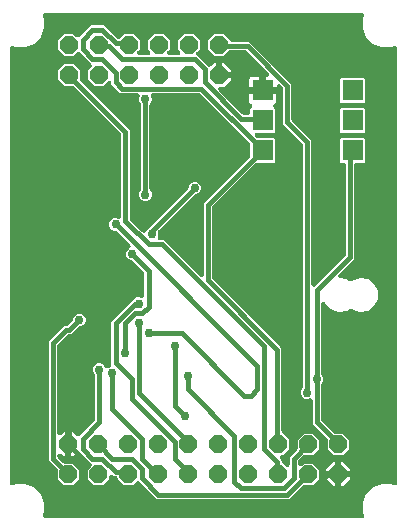
<source format=gbr>
G04 EAGLE Gerber RS-274X export*
G75*
%MOMM*%
%FSLAX34Y34*%
%LPD*%
%INBottom Copper*%
%IPPOS*%
%AMOC8*
5,1,8,0,0,1.08239X$1,22.5*%
G01*
%ADD10R,1.800000X1.800000*%
%ADD11P,1.649562X8X202.500000*%
%ADD12P,1.649562X8X22.500000*%
%ADD13C,0.406400*%
%ADD14C,0.756400*%

G36*
X308912Y10924D02*
X308912Y10924D01*
X308925Y10923D01*
X309111Y10944D01*
X309299Y10963D01*
X309312Y10967D01*
X309325Y10968D01*
X309504Y11026D01*
X309684Y11081D01*
X309695Y11087D01*
X309708Y11091D01*
X309873Y11183D01*
X310038Y11273D01*
X310048Y11281D01*
X310060Y11288D01*
X310203Y11410D01*
X310347Y11530D01*
X310355Y11541D01*
X310366Y11549D01*
X310482Y11698D01*
X310599Y11844D01*
X310605Y11856D01*
X310614Y11866D01*
X310699Y12036D01*
X310785Y12201D01*
X310788Y12214D01*
X310795Y12226D01*
X310844Y12409D01*
X310896Y12588D01*
X310897Y12602D01*
X310901Y12615D01*
X310914Y12803D01*
X310929Y12990D01*
X310928Y13003D01*
X310928Y13016D01*
X310904Y13204D01*
X310882Y13389D01*
X310878Y13402D01*
X310876Y13415D01*
X310775Y13731D01*
X309839Y15990D01*
X309839Y24010D01*
X312909Y31420D01*
X318580Y37091D01*
X325990Y40161D01*
X334010Y40161D01*
X336269Y39225D01*
X336282Y39221D01*
X336293Y39215D01*
X336473Y39163D01*
X336654Y39109D01*
X336667Y39107D01*
X336680Y39104D01*
X336868Y39088D01*
X337055Y39071D01*
X337068Y39072D01*
X337082Y39071D01*
X337268Y39093D01*
X337455Y39112D01*
X337468Y39116D01*
X337481Y39118D01*
X337660Y39176D01*
X337840Y39232D01*
X337851Y39239D01*
X337864Y39243D01*
X338028Y39335D01*
X338193Y39425D01*
X338203Y39434D01*
X338215Y39441D01*
X338357Y39563D01*
X338501Y39685D01*
X338509Y39695D01*
X338520Y39704D01*
X338634Y39852D01*
X338752Y39999D01*
X338758Y40011D01*
X338766Y40022D01*
X338850Y40190D01*
X338936Y40357D01*
X338940Y40370D01*
X338946Y40382D01*
X338995Y40565D01*
X339046Y40745D01*
X339047Y40758D01*
X339050Y40771D01*
X339077Y41102D01*
X339077Y408898D01*
X339076Y408912D01*
X339077Y408925D01*
X339056Y409111D01*
X339037Y409299D01*
X339033Y409312D01*
X339032Y409325D01*
X338974Y409504D01*
X338919Y409684D01*
X338913Y409695D01*
X338909Y409708D01*
X338817Y409873D01*
X338727Y410038D01*
X338719Y410048D01*
X338712Y410060D01*
X338590Y410203D01*
X338470Y410347D01*
X338459Y410355D01*
X338451Y410366D01*
X338302Y410482D01*
X338156Y410599D01*
X338144Y410605D01*
X338134Y410614D01*
X337964Y410699D01*
X337799Y410785D01*
X337786Y410788D01*
X337774Y410795D01*
X337591Y410844D01*
X337412Y410896D01*
X337398Y410897D01*
X337385Y410901D01*
X337197Y410914D01*
X337010Y410929D01*
X336997Y410928D01*
X336984Y410928D01*
X336796Y410904D01*
X336611Y410882D01*
X336598Y410878D01*
X336585Y410876D01*
X336269Y410775D01*
X334010Y409839D01*
X325990Y409839D01*
X318580Y412909D01*
X312909Y418580D01*
X309839Y425990D01*
X309839Y434010D01*
X310775Y436269D01*
X310779Y436282D01*
X310785Y436293D01*
X310837Y436473D01*
X310891Y436654D01*
X310893Y436667D01*
X310896Y436680D01*
X310912Y436868D01*
X310929Y437055D01*
X310928Y437068D01*
X310929Y437082D01*
X310907Y437268D01*
X310888Y437455D01*
X310884Y437468D01*
X310882Y437481D01*
X310824Y437660D01*
X310768Y437840D01*
X310761Y437851D01*
X310757Y437864D01*
X310665Y438028D01*
X310575Y438193D01*
X310566Y438203D01*
X310559Y438215D01*
X310437Y438357D01*
X310315Y438501D01*
X310305Y438509D01*
X310296Y438520D01*
X310148Y438634D01*
X310001Y438752D01*
X309989Y438758D01*
X309978Y438766D01*
X309810Y438850D01*
X309643Y438936D01*
X309630Y438940D01*
X309618Y438946D01*
X309435Y438995D01*
X309255Y439046D01*
X309242Y439047D01*
X309229Y439050D01*
X308898Y439077D01*
X41102Y439077D01*
X41088Y439076D01*
X41075Y439077D01*
X40889Y439056D01*
X40701Y439037D01*
X40688Y439033D01*
X40675Y439032D01*
X40496Y438974D01*
X40316Y438919D01*
X40305Y438913D01*
X40292Y438909D01*
X40127Y438817D01*
X39962Y438727D01*
X39952Y438719D01*
X39940Y438712D01*
X39797Y438590D01*
X39653Y438470D01*
X39645Y438459D01*
X39634Y438451D01*
X39518Y438302D01*
X39401Y438156D01*
X39395Y438144D01*
X39386Y438134D01*
X39301Y437964D01*
X39215Y437799D01*
X39212Y437786D01*
X39205Y437774D01*
X39156Y437591D01*
X39104Y437412D01*
X39103Y437398D01*
X39099Y437385D01*
X39086Y437197D01*
X39071Y437010D01*
X39072Y436997D01*
X39072Y436984D01*
X39096Y436796D01*
X39118Y436611D01*
X39122Y436598D01*
X39124Y436585D01*
X39225Y436269D01*
X40161Y434010D01*
X40161Y425990D01*
X37091Y418580D01*
X31420Y412909D01*
X24010Y409839D01*
X15990Y409839D01*
X13731Y410775D01*
X13718Y410779D01*
X13707Y410785D01*
X13527Y410837D01*
X13346Y410891D01*
X13333Y410893D01*
X13320Y410896D01*
X13132Y410912D01*
X12945Y410929D01*
X12932Y410928D01*
X12918Y410929D01*
X12732Y410907D01*
X12545Y410888D01*
X12532Y410884D01*
X12519Y410882D01*
X12340Y410824D01*
X12160Y410768D01*
X12149Y410761D01*
X12136Y410757D01*
X11972Y410665D01*
X11807Y410575D01*
X11797Y410566D01*
X11785Y410559D01*
X11643Y410437D01*
X11499Y410315D01*
X11491Y410305D01*
X11480Y410296D01*
X11366Y410148D01*
X11248Y410001D01*
X11242Y409989D01*
X11234Y409978D01*
X11150Y409810D01*
X11064Y409643D01*
X11060Y409630D01*
X11054Y409618D01*
X11005Y409435D01*
X10954Y409255D01*
X10953Y409242D01*
X10950Y409229D01*
X10923Y408898D01*
X10923Y41102D01*
X10924Y41088D01*
X10923Y41075D01*
X10944Y40889D01*
X10963Y40701D01*
X10967Y40688D01*
X10968Y40675D01*
X11026Y40496D01*
X11081Y40316D01*
X11087Y40305D01*
X11091Y40292D01*
X11183Y40127D01*
X11273Y39962D01*
X11281Y39952D01*
X11288Y39940D01*
X11410Y39797D01*
X11530Y39653D01*
X11541Y39645D01*
X11549Y39634D01*
X11698Y39518D01*
X11844Y39401D01*
X11856Y39395D01*
X11866Y39386D01*
X12036Y39301D01*
X12201Y39215D01*
X12214Y39212D01*
X12226Y39205D01*
X12409Y39156D01*
X12588Y39104D01*
X12602Y39103D01*
X12615Y39099D01*
X12803Y39086D01*
X12990Y39071D01*
X13003Y39072D01*
X13016Y39072D01*
X13204Y39096D01*
X13389Y39118D01*
X13402Y39122D01*
X13415Y39124D01*
X13731Y39225D01*
X15990Y40161D01*
X24010Y40161D01*
X31420Y37091D01*
X37091Y31420D01*
X40161Y24010D01*
X40161Y15990D01*
X39225Y13731D01*
X39221Y13718D01*
X39215Y13707D01*
X39163Y13527D01*
X39109Y13346D01*
X39107Y13333D01*
X39104Y13320D01*
X39088Y13132D01*
X39071Y12945D01*
X39072Y12932D01*
X39071Y12918D01*
X39093Y12732D01*
X39112Y12545D01*
X39116Y12532D01*
X39118Y12519D01*
X39176Y12340D01*
X39232Y12160D01*
X39239Y12149D01*
X39243Y12136D01*
X39335Y11972D01*
X39425Y11807D01*
X39434Y11797D01*
X39441Y11785D01*
X39563Y11643D01*
X39685Y11499D01*
X39695Y11491D01*
X39704Y11480D01*
X39852Y11366D01*
X39999Y11248D01*
X40011Y11242D01*
X40022Y11234D01*
X40190Y11150D01*
X40357Y11064D01*
X40370Y11060D01*
X40382Y11054D01*
X40565Y11005D01*
X40745Y10954D01*
X40758Y10953D01*
X40771Y10950D01*
X41102Y10923D01*
X308898Y10923D01*
X308912Y10924D01*
G37*
%LPC*%
G36*
X135433Y27177D02*
X135433Y27177D01*
X122058Y40552D01*
X120908Y41702D01*
X120894Y41714D01*
X120882Y41727D01*
X120738Y41841D01*
X120596Y41957D01*
X120580Y41966D01*
X120566Y41977D01*
X120402Y42060D01*
X120240Y42146D01*
X120223Y42151D01*
X120207Y42159D01*
X120030Y42209D01*
X119855Y42261D01*
X119837Y42263D01*
X119820Y42267D01*
X119636Y42281D01*
X119454Y42297D01*
X119436Y42295D01*
X119418Y42297D01*
X119236Y42274D01*
X119053Y42254D01*
X119036Y42249D01*
X119019Y42246D01*
X118845Y42188D01*
X118669Y42132D01*
X118654Y42124D01*
X118637Y42118D01*
X118478Y42027D01*
X118317Y41938D01*
X118303Y41926D01*
X118288Y41917D01*
X118035Y41702D01*
X115288Y38955D01*
X107712Y38955D01*
X102355Y44312D01*
X102355Y44704D01*
X102353Y44722D01*
X102355Y44740D01*
X102334Y44922D01*
X102315Y45105D01*
X102310Y45122D01*
X102308Y45139D01*
X102251Y45314D01*
X102197Y45490D01*
X102189Y45505D01*
X102183Y45522D01*
X102093Y45682D01*
X102005Y45844D01*
X101994Y45857D01*
X101985Y45873D01*
X101865Y46012D01*
X101748Y46153D01*
X101734Y46164D01*
X101722Y46178D01*
X101577Y46290D01*
X101434Y46405D01*
X101418Y46413D01*
X101404Y46424D01*
X101239Y46506D01*
X101077Y46591D01*
X101060Y46596D01*
X101044Y46604D01*
X100865Y46651D01*
X100690Y46702D01*
X100672Y46704D01*
X100655Y46708D01*
X100324Y46735D01*
X99111Y46735D01*
X98712Y47134D01*
X98705Y47139D01*
X98700Y47146D01*
X98551Y47266D01*
X98401Y47389D01*
X98393Y47393D01*
X98386Y47399D01*
X98216Y47487D01*
X98045Y47577D01*
X98036Y47580D01*
X98029Y47584D01*
X97844Y47637D01*
X97659Y47692D01*
X97650Y47693D01*
X97642Y47695D01*
X97451Y47711D01*
X97258Y47729D01*
X97249Y47728D01*
X97240Y47728D01*
X97051Y47706D01*
X96858Y47685D01*
X96849Y47682D01*
X96841Y47681D01*
X96658Y47622D01*
X96474Y47564D01*
X96466Y47559D01*
X96458Y47557D01*
X96291Y47462D01*
X96122Y47369D01*
X96115Y47363D01*
X96107Y47359D01*
X95962Y47234D01*
X95815Y47108D01*
X95809Y47101D01*
X95802Y47096D01*
X95685Y46944D01*
X95565Y46792D01*
X95561Y46785D01*
X95556Y46777D01*
X95469Y46604D01*
X95383Y46434D01*
X95380Y46425D01*
X95376Y46417D01*
X95327Y46231D01*
X95275Y46046D01*
X95274Y46037D01*
X95272Y46028D01*
X95245Y45697D01*
X95245Y44312D01*
X89888Y38955D01*
X82312Y38955D01*
X76955Y44312D01*
X76955Y51888D01*
X79829Y54762D01*
X79841Y54776D01*
X79854Y54787D01*
X79968Y54931D01*
X80084Y55073D01*
X80093Y55089D01*
X80104Y55103D01*
X80187Y55267D01*
X80273Y55429D01*
X80278Y55446D01*
X80286Y55462D01*
X80336Y55639D01*
X80388Y55815D01*
X80390Y55833D01*
X80394Y55850D01*
X80408Y56033D01*
X80424Y56216D01*
X80422Y56234D01*
X80424Y56252D01*
X80401Y56434D01*
X80381Y56616D01*
X80376Y56633D01*
X80373Y56651D01*
X80315Y56825D01*
X80259Y57000D01*
X80251Y57016D01*
X80245Y57033D01*
X80154Y57192D01*
X80065Y57353D01*
X80053Y57366D01*
X80044Y57382D01*
X79829Y57635D01*
X76874Y60590D01*
X70953Y66511D01*
X70939Y66522D01*
X70928Y66536D01*
X70784Y66649D01*
X70642Y66766D01*
X70626Y66774D01*
X70612Y66785D01*
X70447Y66869D01*
X70286Y66955D01*
X70269Y66960D01*
X70253Y66968D01*
X70075Y67017D01*
X69900Y67069D01*
X69882Y67071D01*
X69865Y67076D01*
X69682Y67089D01*
X69499Y67106D01*
X69481Y67104D01*
X69463Y67105D01*
X69281Y67082D01*
X69099Y67062D01*
X69082Y67057D01*
X69064Y67055D01*
X68890Y66996D01*
X68715Y66941D01*
X68699Y66932D01*
X68682Y66927D01*
X68523Y66835D01*
X68362Y66746D01*
X68349Y66735D01*
X68333Y66726D01*
X68080Y66511D01*
X64909Y63339D01*
X63239Y63339D01*
X63239Y72992D01*
X63237Y73010D01*
X63239Y73027D01*
X63218Y73210D01*
X63199Y73392D01*
X63194Y73409D01*
X63192Y73427D01*
X63167Y73505D01*
X63206Y73642D01*
X63208Y73660D01*
X63212Y73677D01*
X63239Y74008D01*
X63239Y83661D01*
X64909Y83661D01*
X67539Y81030D01*
X67553Y81019D01*
X67565Y81005D01*
X67709Y80891D01*
X67851Y80775D01*
X67867Y80767D01*
X67881Y80756D01*
X68045Y80672D01*
X68207Y80586D01*
X68224Y80581D01*
X68240Y80573D01*
X68417Y80524D01*
X68592Y80472D01*
X68610Y80470D01*
X68627Y80465D01*
X68811Y80452D01*
X68993Y80435D01*
X69011Y80437D01*
X69029Y80436D01*
X69211Y80459D01*
X69394Y80479D01*
X69411Y80484D01*
X69428Y80486D01*
X69602Y80544D01*
X69778Y80600D01*
X69793Y80609D01*
X69810Y80614D01*
X69970Y80706D01*
X70130Y80795D01*
X70143Y80806D01*
X70159Y80815D01*
X70412Y81030D01*
X82462Y93080D01*
X82479Y93101D01*
X82500Y93119D01*
X82607Y93256D01*
X82717Y93392D01*
X82730Y93415D01*
X82746Y93437D01*
X82824Y93594D01*
X82906Y93748D01*
X82914Y93773D01*
X82926Y93797D01*
X82971Y93967D01*
X83021Y94133D01*
X83023Y94160D01*
X83030Y94186D01*
X83057Y94517D01*
X83057Y132116D01*
X83055Y132143D01*
X83057Y132170D01*
X83035Y132344D01*
X83017Y132517D01*
X83010Y132543D01*
X83006Y132569D01*
X82951Y132735D01*
X82899Y132902D01*
X82886Y132926D01*
X82878Y132951D01*
X82791Y133103D01*
X82707Y133256D01*
X82690Y133277D01*
X82677Y133300D01*
X82462Y133553D01*
X82115Y133900D01*
X81307Y135850D01*
X81307Y137962D01*
X82115Y139912D01*
X83608Y141405D01*
X85558Y142213D01*
X87670Y142213D01*
X89620Y141405D01*
X91113Y139912D01*
X91406Y139205D01*
X91412Y139193D01*
X91416Y139180D01*
X91507Y139016D01*
X91596Y138850D01*
X91605Y138839D01*
X91611Y138828D01*
X91733Y138684D01*
X91852Y138539D01*
X91863Y138531D01*
X91872Y138521D01*
X92020Y138404D01*
X92165Y138286D01*
X92177Y138279D01*
X92188Y138271D01*
X92356Y138186D01*
X92522Y138099D01*
X92534Y138095D01*
X92546Y138089D01*
X92727Y138038D01*
X92908Y137986D01*
X92921Y137984D01*
X92934Y137981D01*
X93122Y137967D01*
X93309Y137951D01*
X93322Y137952D01*
X93336Y137951D01*
X93523Y137975D01*
X93709Y137996D01*
X93722Y138000D01*
X93735Y138002D01*
X93913Y138061D01*
X94093Y138119D01*
X94104Y138126D01*
X94117Y138130D01*
X94280Y138224D01*
X94444Y138316D01*
X94454Y138324D01*
X94466Y138331D01*
X94719Y138546D01*
X94784Y138611D01*
X95773Y139021D01*
X95793Y139031D01*
X95814Y139038D01*
X95970Y139126D01*
X96128Y139211D01*
X96145Y139225D01*
X96165Y139236D01*
X96301Y139353D01*
X96439Y139467D01*
X96453Y139485D01*
X96470Y139499D01*
X96579Y139641D01*
X96692Y139780D01*
X96703Y139800D01*
X96716Y139817D01*
X96796Y139978D01*
X96879Y140136D01*
X96886Y140158D01*
X96896Y140178D01*
X96942Y140351D01*
X96992Y140523D01*
X96994Y140545D01*
X97000Y140567D01*
X97027Y140897D01*
X97027Y177495D01*
X115986Y196454D01*
X116138Y196501D01*
X116162Y196514D01*
X116187Y196522D01*
X116339Y196609D01*
X116492Y196693D01*
X116513Y196710D01*
X116536Y196723D01*
X116789Y196938D01*
X117136Y197285D01*
X119086Y198093D01*
X121198Y198093D01*
X122159Y197695D01*
X122172Y197691D01*
X122183Y197685D01*
X122363Y197633D01*
X122544Y197578D01*
X122557Y197577D01*
X122570Y197573D01*
X122758Y197558D01*
X122945Y197540D01*
X122958Y197541D01*
X122972Y197540D01*
X123159Y197562D01*
X123345Y197582D01*
X123358Y197586D01*
X123371Y197587D01*
X123551Y197646D01*
X123730Y197702D01*
X123741Y197708D01*
X123754Y197712D01*
X123919Y197805D01*
X124083Y197895D01*
X124093Y197903D01*
X124105Y197910D01*
X124247Y198033D01*
X124391Y198154D01*
X124399Y198164D01*
X124410Y198173D01*
X124525Y198322D01*
X124642Y198469D01*
X124648Y198481D01*
X124656Y198491D01*
X124740Y198660D01*
X124826Y198827D01*
X124830Y198840D01*
X124836Y198852D01*
X124885Y199035D01*
X124936Y199214D01*
X124937Y199228D01*
X124940Y199241D01*
X124967Y199571D01*
X124967Y218411D01*
X124965Y218438D01*
X124967Y218465D01*
X124945Y218639D01*
X124927Y218812D01*
X124920Y218837D01*
X124916Y218864D01*
X124861Y219030D01*
X124809Y219197D01*
X124796Y219220D01*
X124788Y219246D01*
X124701Y219397D01*
X124617Y219551D01*
X124600Y219571D01*
X124587Y219595D01*
X124372Y219848D01*
X115426Y228794D01*
X115405Y228811D01*
X115387Y228832D01*
X115250Y228939D01*
X115114Y229049D01*
X115091Y229062D01*
X115069Y229078D01*
X114912Y229156D01*
X114758Y229238D01*
X114733Y229246D01*
X114709Y229258D01*
X114539Y229303D01*
X114373Y229353D01*
X114346Y229355D01*
X114320Y229362D01*
X113989Y229389D01*
X113498Y229389D01*
X111548Y230197D01*
X110055Y231690D01*
X109247Y233640D01*
X109247Y235752D01*
X110055Y237702D01*
X111548Y239195D01*
X112030Y239394D01*
X112041Y239401D01*
X112054Y239405D01*
X112219Y239496D01*
X112385Y239585D01*
X112395Y239593D01*
X112407Y239600D01*
X112549Y239721D01*
X112695Y239841D01*
X112703Y239851D01*
X112714Y239860D01*
X112830Y240008D01*
X112949Y240154D01*
X112955Y240165D01*
X112963Y240176D01*
X113049Y240344D01*
X113136Y240510D01*
X113139Y240523D01*
X113146Y240535D01*
X113196Y240717D01*
X113249Y240897D01*
X113250Y240910D01*
X113254Y240923D01*
X113267Y241112D01*
X113283Y241298D01*
X113282Y241311D01*
X113283Y241324D01*
X113259Y241511D01*
X113238Y241698D01*
X113234Y241711D01*
X113233Y241724D01*
X113173Y241901D01*
X113115Y242081D01*
X113109Y242093D01*
X113104Y242105D01*
X113010Y242269D01*
X112919Y242433D01*
X112910Y242443D01*
X112903Y242454D01*
X112689Y242707D01*
X101456Y253940D01*
X101435Y253957D01*
X101418Y253978D01*
X101280Y254085D01*
X101144Y254195D01*
X101121Y254208D01*
X101099Y254224D01*
X100942Y254302D01*
X100788Y254384D01*
X100763Y254392D01*
X100739Y254404D01*
X100569Y254449D01*
X100403Y254499D01*
X100376Y254501D01*
X100350Y254508D01*
X100019Y254535D01*
X99528Y254535D01*
X97578Y255343D01*
X96085Y256836D01*
X95277Y258786D01*
X95277Y260898D01*
X96085Y262848D01*
X97578Y264341D01*
X99528Y265149D01*
X101640Y265149D01*
X102601Y264751D01*
X102614Y264747D01*
X102625Y264741D01*
X102805Y264689D01*
X102986Y264634D01*
X102999Y264633D01*
X103012Y264629D01*
X103200Y264614D01*
X103387Y264596D01*
X103400Y264597D01*
X103414Y264596D01*
X103601Y264618D01*
X103787Y264638D01*
X103800Y264642D01*
X103813Y264643D01*
X103993Y264702D01*
X104172Y264758D01*
X104183Y264764D01*
X104196Y264768D01*
X104361Y264861D01*
X104525Y264951D01*
X104535Y264959D01*
X104547Y264966D01*
X104689Y265089D01*
X104833Y265210D01*
X104841Y265220D01*
X104852Y265229D01*
X104967Y265378D01*
X105084Y265525D01*
X105090Y265537D01*
X105098Y265547D01*
X105182Y265716D01*
X105268Y265883D01*
X105272Y265896D01*
X105278Y265908D01*
X105327Y266091D01*
X105378Y266270D01*
X105379Y266284D01*
X105382Y266297D01*
X105409Y266627D01*
X105409Y335759D01*
X105407Y335786D01*
X105409Y335813D01*
X105387Y335987D01*
X105369Y336160D01*
X105362Y336186D01*
X105358Y336212D01*
X105303Y336378D01*
X105251Y336545D01*
X105238Y336569D01*
X105230Y336594D01*
X105143Y336745D01*
X105059Y336899D01*
X105042Y336919D01*
X105029Y336943D01*
X104814Y337196D01*
X65250Y376760D01*
X65229Y376777D01*
X65212Y376798D01*
X65074Y376905D01*
X64938Y377015D01*
X64915Y377028D01*
X64893Y377044D01*
X64736Y377122D01*
X64582Y377204D01*
X64557Y377212D01*
X64533Y377224D01*
X64363Y377269D01*
X64197Y377319D01*
X64170Y377321D01*
X64144Y377328D01*
X63813Y377355D01*
X57172Y377355D01*
X51815Y382712D01*
X51815Y390288D01*
X57172Y395645D01*
X64748Y395645D01*
X70105Y390288D01*
X70105Y382807D01*
X70107Y382780D01*
X70105Y382753D01*
X70127Y382579D01*
X70145Y382406D01*
X70152Y382380D01*
X70156Y382354D01*
X70211Y382188D01*
X70263Y382021D01*
X70276Y381997D01*
X70284Y381972D01*
X70371Y381821D01*
X70455Y381667D01*
X70472Y381647D01*
X70485Y381623D01*
X70700Y381370D01*
X109844Y342226D01*
X112523Y339547D01*
X112523Y264951D01*
X112525Y264924D01*
X112523Y264897D01*
X112545Y264723D01*
X112563Y264550D01*
X112570Y264525D01*
X112574Y264498D01*
X112629Y264332D01*
X112681Y264165D01*
X112694Y264142D01*
X112702Y264116D01*
X112789Y263965D01*
X112873Y263811D01*
X112890Y263791D01*
X112903Y263767D01*
X113118Y263514D01*
X123307Y253325D01*
X123317Y253317D01*
X123326Y253307D01*
X123473Y253189D01*
X123618Y253070D01*
X123630Y253064D01*
X123640Y253056D01*
X123807Y252970D01*
X123974Y252882D01*
X123987Y252878D01*
X123999Y252872D01*
X124179Y252821D01*
X124360Y252767D01*
X124373Y252766D01*
X124386Y252762D01*
X124572Y252748D01*
X124761Y252730D01*
X124774Y252732D01*
X124787Y252731D01*
X124972Y252753D01*
X125161Y252774D01*
X125174Y252778D01*
X125187Y252780D01*
X125364Y252838D01*
X125545Y252895D01*
X125557Y252902D01*
X125569Y252906D01*
X125733Y253000D01*
X125897Y253090D01*
X125907Y253099D01*
X125919Y253105D01*
X126062Y253230D01*
X126204Y253351D01*
X126213Y253361D01*
X126223Y253370D01*
X126337Y253519D01*
X126454Y253667D01*
X126460Y253679D01*
X126468Y253689D01*
X126620Y253984D01*
X126819Y254466D01*
X127166Y254813D01*
X127183Y254834D01*
X127204Y254851D01*
X127311Y254989D01*
X127421Y255125D01*
X127434Y255148D01*
X127450Y255169D01*
X127528Y255326D01*
X127610Y255480D01*
X127618Y255506D01*
X127630Y255530D01*
X127654Y255620D01*
X161738Y289704D01*
X161755Y289725D01*
X161776Y289743D01*
X161883Y289880D01*
X161993Y290016D01*
X162006Y290039D01*
X162022Y290061D01*
X162100Y290218D01*
X162182Y290372D01*
X162190Y290397D01*
X162202Y290421D01*
X162247Y290591D01*
X162297Y290757D01*
X162299Y290784D01*
X162306Y290810D01*
X162333Y291141D01*
X162333Y291632D01*
X163141Y293582D01*
X164634Y295075D01*
X166584Y295883D01*
X168696Y295883D01*
X170646Y295075D01*
X172139Y293582D01*
X172947Y291632D01*
X172947Y289520D01*
X172139Y287570D01*
X170646Y286077D01*
X168696Y285269D01*
X168205Y285269D01*
X168178Y285267D01*
X168151Y285269D01*
X167977Y285247D01*
X167804Y285229D01*
X167779Y285222D01*
X167752Y285218D01*
X167586Y285163D01*
X167419Y285111D01*
X167396Y285098D01*
X167370Y285090D01*
X167219Y285003D01*
X167065Y284919D01*
X167045Y284902D01*
X167021Y284889D01*
X166768Y284674D01*
X136994Y254900D01*
X136980Y254883D01*
X136963Y254868D01*
X136852Y254727D01*
X136739Y254589D01*
X136729Y254569D01*
X136715Y254551D01*
X136634Y254391D01*
X136551Y254233D01*
X136544Y254212D01*
X136534Y254192D01*
X136487Y254019D01*
X136436Y253847D01*
X136434Y253825D01*
X136428Y253803D01*
X136416Y253625D01*
X136399Y253446D01*
X136402Y253424D01*
X136400Y253402D01*
X136423Y253225D01*
X136443Y253046D01*
X136450Y253024D01*
X136452Y253002D01*
X136554Y252687D01*
X136625Y252516D01*
X136625Y250404D01*
X136227Y249443D01*
X136223Y249430D01*
X136217Y249419D01*
X136165Y249239D01*
X136110Y249058D01*
X136109Y249045D01*
X136105Y249032D01*
X136090Y248844D01*
X136072Y248657D01*
X136073Y248644D01*
X136072Y248630D01*
X136094Y248443D01*
X136114Y248257D01*
X136118Y248244D01*
X136119Y248231D01*
X136178Y248051D01*
X136234Y247872D01*
X136240Y247861D01*
X136244Y247848D01*
X136337Y247683D01*
X136427Y247519D01*
X136435Y247509D01*
X136442Y247497D01*
X136565Y247355D01*
X136686Y247211D01*
X136696Y247203D01*
X136705Y247192D01*
X136854Y247077D01*
X137001Y246960D01*
X137013Y246954D01*
X137023Y246946D01*
X137192Y246862D01*
X137359Y246776D01*
X137372Y246772D01*
X137384Y246766D01*
X137567Y246717D01*
X137746Y246666D01*
X137760Y246665D01*
X137773Y246662D01*
X138103Y246635D01*
X141173Y246635D01*
X143852Y243956D01*
X171792Y216016D01*
X171799Y216011D01*
X171804Y216004D01*
X171954Y215883D01*
X172103Y215761D01*
X172111Y215757D01*
X172118Y215751D01*
X172289Y215663D01*
X172459Y215573D01*
X172467Y215570D01*
X172475Y215566D01*
X172661Y215513D01*
X172845Y215458D01*
X172854Y215457D01*
X172862Y215455D01*
X173054Y215439D01*
X173246Y215421D01*
X173255Y215422D01*
X173264Y215422D01*
X173453Y215444D01*
X173646Y215465D01*
X173655Y215468D01*
X173663Y215469D01*
X173845Y215528D01*
X174030Y215586D01*
X174038Y215591D01*
X174046Y215593D01*
X174215Y215688D01*
X174382Y215781D01*
X174389Y215787D01*
X174397Y215791D01*
X174543Y215917D01*
X174689Y216042D01*
X174695Y216049D01*
X174702Y216054D01*
X174819Y216206D01*
X174939Y216358D01*
X174943Y216366D01*
X174948Y216373D01*
X175034Y216545D01*
X175121Y216716D01*
X175124Y216725D01*
X175128Y216733D01*
X175178Y216920D01*
X175229Y217104D01*
X175230Y217113D01*
X175232Y217122D01*
X175259Y217453D01*
X175259Y278079D01*
X214140Y316960D01*
X214157Y316981D01*
X214178Y316999D01*
X214285Y317136D01*
X214395Y317272D01*
X214408Y317295D01*
X214424Y317317D01*
X214502Y317474D01*
X214584Y317628D01*
X214592Y317653D01*
X214604Y317677D01*
X214649Y317847D01*
X214699Y318013D01*
X214701Y318040D01*
X214708Y318066D01*
X214735Y318397D01*
X214735Y327017D01*
X214733Y327044D01*
X214735Y327071D01*
X214713Y327245D01*
X214695Y327418D01*
X214688Y327443D01*
X214684Y327470D01*
X214629Y327636D01*
X214577Y327803D01*
X214564Y327826D01*
X214556Y327852D01*
X214469Y328003D01*
X214385Y328157D01*
X214368Y328177D01*
X214355Y328201D01*
X214140Y328454D01*
X172350Y370244D01*
X172329Y370261D01*
X172311Y370282D01*
X172174Y370389D01*
X172038Y370499D01*
X172015Y370512D01*
X171993Y370528D01*
X171836Y370606D01*
X171682Y370688D01*
X171657Y370696D01*
X171633Y370708D01*
X171463Y370753D01*
X171297Y370803D01*
X171270Y370805D01*
X171244Y370812D01*
X170913Y370839D01*
X132515Y370839D01*
X132502Y370838D01*
X132489Y370839D01*
X132302Y370818D01*
X132115Y370799D01*
X132102Y370795D01*
X132089Y370794D01*
X131909Y370736D01*
X131730Y370681D01*
X131718Y370675D01*
X131705Y370671D01*
X131540Y370579D01*
X131376Y370489D01*
X131365Y370481D01*
X131354Y370474D01*
X131210Y370352D01*
X131066Y370232D01*
X131058Y370221D01*
X131048Y370213D01*
X130932Y370064D01*
X130814Y369918D01*
X130808Y369906D01*
X130800Y369896D01*
X130715Y369727D01*
X130629Y369561D01*
X130625Y369548D01*
X130619Y369536D01*
X130569Y369354D01*
X130517Y369174D01*
X130516Y369160D01*
X130513Y369147D01*
X130500Y368959D01*
X130484Y368772D01*
X130486Y368759D01*
X130485Y368746D01*
X130509Y368558D01*
X130531Y368373D01*
X130535Y368360D01*
X130537Y368347D01*
X130639Y368031D01*
X131037Y367070D01*
X131037Y364958D01*
X130229Y363008D01*
X129882Y362661D01*
X129865Y362640D01*
X129844Y362623D01*
X129737Y362485D01*
X129627Y362349D01*
X129614Y362326D01*
X129598Y362305D01*
X129520Y362148D01*
X129438Y361994D01*
X129430Y361968D01*
X129418Y361944D01*
X129373Y361774D01*
X129323Y361608D01*
X129321Y361581D01*
X129314Y361555D01*
X129287Y361224D01*
X129287Y289778D01*
X129289Y289751D01*
X129287Y289724D01*
X129309Y289550D01*
X129327Y289377D01*
X129334Y289351D01*
X129338Y289325D01*
X129393Y289159D01*
X129445Y288992D01*
X129458Y288968D01*
X129466Y288943D01*
X129553Y288791D01*
X129637Y288638D01*
X129654Y288617D01*
X129667Y288594D01*
X129882Y288341D01*
X130229Y287994D01*
X131037Y286044D01*
X131037Y283932D01*
X130229Y281982D01*
X128736Y280489D01*
X126786Y279681D01*
X124674Y279681D01*
X122724Y280489D01*
X121231Y281982D01*
X120423Y283932D01*
X120423Y286044D01*
X121231Y287994D01*
X121578Y288341D01*
X121595Y288362D01*
X121616Y288379D01*
X121723Y288517D01*
X121833Y288653D01*
X121846Y288676D01*
X121862Y288697D01*
X121940Y288854D01*
X122022Y289008D01*
X122030Y289034D01*
X122042Y289058D01*
X122087Y289227D01*
X122137Y289394D01*
X122139Y289421D01*
X122146Y289447D01*
X122173Y289778D01*
X122173Y361224D01*
X122171Y361251D01*
X122173Y361278D01*
X122151Y361452D01*
X122133Y361625D01*
X122126Y361651D01*
X122122Y361677D01*
X122067Y361843D01*
X122015Y362010D01*
X122002Y362034D01*
X121994Y362059D01*
X121907Y362211D01*
X121823Y362364D01*
X121806Y362385D01*
X121793Y362408D01*
X121578Y362661D01*
X121231Y363008D01*
X120423Y364958D01*
X120423Y367070D01*
X120821Y368031D01*
X120825Y368044D01*
X120831Y368055D01*
X120883Y368235D01*
X120938Y368416D01*
X120939Y368429D01*
X120943Y368442D01*
X120958Y368630D01*
X120976Y368817D01*
X120975Y368830D01*
X120976Y368844D01*
X120954Y369030D01*
X120934Y369217D01*
X120930Y369230D01*
X120929Y369243D01*
X120870Y369423D01*
X120814Y369602D01*
X120808Y369613D01*
X120804Y369626D01*
X120711Y369791D01*
X120621Y369955D01*
X120613Y369965D01*
X120606Y369977D01*
X120483Y370119D01*
X120362Y370263D01*
X120352Y370271D01*
X120343Y370282D01*
X120194Y370397D01*
X120047Y370514D01*
X120035Y370520D01*
X120025Y370528D01*
X119856Y370612D01*
X119689Y370698D01*
X119676Y370702D01*
X119664Y370708D01*
X119481Y370757D01*
X119302Y370808D01*
X119288Y370809D01*
X119275Y370812D01*
X118945Y370839D01*
X104699Y370839D01*
X97027Y378511D01*
X97027Y379331D01*
X97026Y379340D01*
X97027Y379349D01*
X97006Y379540D01*
X96987Y379731D01*
X96985Y379740D01*
X96984Y379749D01*
X96926Y379931D01*
X96869Y380116D01*
X96865Y380124D01*
X96862Y380133D01*
X96769Y380301D01*
X96677Y380470D01*
X96672Y380477D01*
X96667Y380485D01*
X96543Y380632D01*
X96420Y380780D01*
X96413Y380785D01*
X96407Y380792D01*
X96256Y380911D01*
X96106Y381032D01*
X96098Y381036D01*
X96091Y381042D01*
X95918Y381129D01*
X95749Y381217D01*
X95740Y381220D01*
X95732Y381224D01*
X95546Y381276D01*
X95362Y381329D01*
X95353Y381330D01*
X95344Y381332D01*
X95151Y381346D01*
X94960Y381362D01*
X94952Y381361D01*
X94943Y381361D01*
X94750Y381337D01*
X94561Y381315D01*
X94552Y381312D01*
X94543Y381311D01*
X94360Y381250D01*
X94178Y381190D01*
X94170Y381186D01*
X94162Y381183D01*
X93995Y381087D01*
X93827Y380992D01*
X93820Y380986D01*
X93813Y380982D01*
X93560Y380767D01*
X90148Y377355D01*
X82572Y377355D01*
X77215Y382712D01*
X77215Y390288D01*
X79796Y392869D01*
X79808Y392883D01*
X79821Y392894D01*
X79935Y393038D01*
X80051Y393180D01*
X80060Y393196D01*
X80071Y393210D01*
X80154Y393374D01*
X80240Y393536D01*
X80245Y393553D01*
X80253Y393569D01*
X80303Y393746D01*
X80355Y393922D01*
X80357Y393940D01*
X80361Y393957D01*
X80375Y394140D01*
X80391Y394323D01*
X80389Y394341D01*
X80391Y394359D01*
X80368Y394541D01*
X80348Y394723D01*
X80343Y394740D01*
X80340Y394758D01*
X80282Y394932D01*
X80226Y395107D01*
X80218Y395123D01*
X80212Y395140D01*
X80121Y395299D01*
X80032Y395460D01*
X80020Y395473D01*
X80011Y395489D01*
X79796Y395742D01*
X76874Y398664D01*
X70202Y405336D01*
X70188Y405348D01*
X70176Y405361D01*
X70033Y405475D01*
X69890Y405591D01*
X69874Y405600D01*
X69860Y405611D01*
X69696Y405694D01*
X69534Y405780D01*
X69517Y405785D01*
X69501Y405793D01*
X69324Y405843D01*
X69148Y405895D01*
X69131Y405897D01*
X69114Y405901D01*
X68930Y405915D01*
X68748Y405931D01*
X68730Y405929D01*
X68712Y405931D01*
X68530Y405908D01*
X68347Y405888D01*
X68330Y405883D01*
X68313Y405880D01*
X68139Y405822D01*
X67963Y405766D01*
X67948Y405758D01*
X67931Y405752D01*
X67771Y405660D01*
X67611Y405572D01*
X67598Y405560D01*
X67582Y405551D01*
X67329Y405336D01*
X64748Y402755D01*
X57172Y402755D01*
X51815Y408112D01*
X51815Y415688D01*
X57172Y421045D01*
X64748Y421045D01*
X67114Y418679D01*
X67128Y418667D01*
X67139Y418654D01*
X67284Y418540D01*
X67425Y418424D01*
X67441Y418415D01*
X67455Y418404D01*
X67619Y418321D01*
X67781Y418235D01*
X67798Y418230D01*
X67814Y418222D01*
X67991Y418172D01*
X68167Y418120D01*
X68185Y418118D01*
X68202Y418114D01*
X68385Y418100D01*
X68568Y418084D01*
X68586Y418086D01*
X68604Y418084D01*
X68786Y418107D01*
X68968Y418127D01*
X68985Y418132D01*
X69003Y418135D01*
X69177Y418193D01*
X69352Y418249D01*
X69368Y418257D01*
X69385Y418263D01*
X69544Y418354D01*
X69705Y418443D01*
X69718Y418455D01*
X69734Y418464D01*
X69987Y418679D01*
X71766Y420458D01*
X79553Y428245D01*
X90881Y428245D01*
X101462Y417664D01*
X101483Y417647D01*
X101501Y417626D01*
X101638Y417519D01*
X101774Y417409D01*
X101797Y417396D01*
X101819Y417380D01*
X101976Y417302D01*
X102130Y417220D01*
X102155Y417212D01*
X102179Y417200D01*
X102349Y417155D01*
X102515Y417105D01*
X102542Y417103D01*
X102568Y417096D01*
X102899Y417069D01*
X103155Y417069D01*
X103181Y417071D01*
X103208Y417069D01*
X103382Y417091D01*
X103555Y417109D01*
X103581Y417116D01*
X103608Y417120D01*
X103773Y417175D01*
X103940Y417227D01*
X103964Y417240D01*
X103989Y417248D01*
X104141Y417335D01*
X104294Y417419D01*
X104315Y417436D01*
X104338Y417449D01*
X104591Y417664D01*
X107972Y421045D01*
X115548Y421045D01*
X120905Y415688D01*
X120905Y408112D01*
X119359Y406566D01*
X119353Y406559D01*
X119346Y406554D01*
X119226Y406404D01*
X119104Y406255D01*
X119100Y406247D01*
X119094Y406240D01*
X119006Y406070D01*
X118915Y405899D01*
X118913Y405890D01*
X118909Y405883D01*
X118855Y405698D01*
X118800Y405513D01*
X118800Y405504D01*
X118797Y405496D01*
X118781Y405305D01*
X118764Y405112D01*
X118765Y405103D01*
X118764Y405094D01*
X118786Y404905D01*
X118807Y404712D01*
X118810Y404703D01*
X118811Y404695D01*
X118871Y404513D01*
X118929Y404328D01*
X118933Y404320D01*
X118936Y404312D01*
X119030Y404145D01*
X119124Y403976D01*
X119130Y403969D01*
X119134Y403961D01*
X119259Y403816D01*
X119384Y403669D01*
X119391Y403663D01*
X119397Y403656D01*
X119548Y403539D01*
X119700Y403419D01*
X119708Y403415D01*
X119715Y403410D01*
X119887Y403324D01*
X120059Y403237D01*
X120068Y403234D01*
X120076Y403230D01*
X120262Y403180D01*
X120447Y403129D01*
X120456Y403128D01*
X120464Y403126D01*
X120795Y403099D01*
X128125Y403099D01*
X128134Y403100D01*
X128143Y403099D01*
X128334Y403120D01*
X128525Y403139D01*
X128534Y403141D01*
X128543Y403142D01*
X128725Y403200D01*
X128910Y403257D01*
X128918Y403261D01*
X128927Y403264D01*
X129095Y403357D01*
X129264Y403449D01*
X129271Y403454D01*
X129279Y403459D01*
X129427Y403584D01*
X129574Y403706D01*
X129579Y403713D01*
X129586Y403719D01*
X129706Y403871D01*
X129826Y404020D01*
X129830Y404028D01*
X129836Y404035D01*
X129923Y404207D01*
X130011Y404377D01*
X130014Y404386D01*
X130018Y404394D01*
X130070Y404580D01*
X130123Y404764D01*
X130124Y404773D01*
X130126Y404782D01*
X130140Y404974D01*
X130156Y405166D01*
X130155Y405174D01*
X130155Y405183D01*
X130131Y405376D01*
X130109Y405565D01*
X130106Y405574D01*
X130105Y405583D01*
X130044Y405766D01*
X129984Y405948D01*
X129980Y405956D01*
X129977Y405964D01*
X129881Y406130D01*
X129786Y406299D01*
X129780Y406306D01*
X129776Y406313D01*
X129561Y406566D01*
X128015Y408112D01*
X128015Y415688D01*
X133372Y421045D01*
X140948Y421045D01*
X146305Y415688D01*
X146305Y408112D01*
X144759Y406566D01*
X144753Y406559D01*
X144746Y406554D01*
X144626Y406404D01*
X144504Y406255D01*
X144500Y406247D01*
X144494Y406240D01*
X144406Y406070D01*
X144315Y405899D01*
X144313Y405890D01*
X144309Y405883D01*
X144255Y405698D01*
X144200Y405513D01*
X144200Y405504D01*
X144197Y405496D01*
X144181Y405305D01*
X144164Y405112D01*
X144165Y405103D01*
X144164Y405094D01*
X144186Y404905D01*
X144207Y404712D01*
X144210Y404703D01*
X144211Y404695D01*
X144271Y404513D01*
X144329Y404328D01*
X144333Y404320D01*
X144336Y404312D01*
X144430Y404145D01*
X144524Y403976D01*
X144530Y403969D01*
X144534Y403961D01*
X144659Y403816D01*
X144784Y403669D01*
X144791Y403663D01*
X144797Y403656D01*
X144948Y403539D01*
X145100Y403419D01*
X145108Y403415D01*
X145115Y403410D01*
X145287Y403324D01*
X145459Y403237D01*
X145468Y403234D01*
X145476Y403230D01*
X145662Y403180D01*
X145847Y403129D01*
X145856Y403128D01*
X145864Y403126D01*
X146195Y403099D01*
X153525Y403099D01*
X153534Y403100D01*
X153543Y403099D01*
X153734Y403120D01*
X153925Y403139D01*
X153934Y403141D01*
X153943Y403142D01*
X154125Y403200D01*
X154310Y403257D01*
X154318Y403261D01*
X154327Y403264D01*
X154495Y403357D01*
X154664Y403449D01*
X154671Y403454D01*
X154679Y403459D01*
X154827Y403584D01*
X154974Y403706D01*
X154979Y403713D01*
X154986Y403719D01*
X155106Y403871D01*
X155226Y404020D01*
X155230Y404028D01*
X155236Y404035D01*
X155323Y404207D01*
X155411Y404377D01*
X155414Y404386D01*
X155418Y404394D01*
X155470Y404580D01*
X155523Y404764D01*
X155524Y404773D01*
X155526Y404782D01*
X155540Y404974D01*
X155556Y405166D01*
X155555Y405174D01*
X155555Y405183D01*
X155531Y405376D01*
X155509Y405565D01*
X155506Y405574D01*
X155505Y405583D01*
X155444Y405766D01*
X155384Y405948D01*
X155380Y405956D01*
X155377Y405964D01*
X155281Y406130D01*
X155186Y406299D01*
X155180Y406306D01*
X155176Y406313D01*
X154961Y406566D01*
X153415Y408112D01*
X153415Y415688D01*
X158772Y421045D01*
X166348Y421045D01*
X171705Y415688D01*
X171705Y408112D01*
X169339Y405746D01*
X169327Y405732D01*
X169314Y405721D01*
X169200Y405577D01*
X169084Y405435D01*
X169075Y405419D01*
X169064Y405405D01*
X168981Y405241D01*
X168895Y405079D01*
X168890Y405062D01*
X168882Y405046D01*
X168832Y404869D01*
X168780Y404693D01*
X168778Y404675D01*
X168774Y404658D01*
X168760Y404475D01*
X168744Y404292D01*
X168746Y404274D01*
X168744Y404256D01*
X168767Y404074D01*
X168787Y403892D01*
X168792Y403875D01*
X168795Y403857D01*
X168853Y403683D01*
X168909Y403508D01*
X168917Y403492D01*
X168923Y403475D01*
X169015Y403316D01*
X169103Y403155D01*
X169115Y403142D01*
X169124Y403126D01*
X169339Y402873D01*
X176900Y395312D01*
X176901Y395312D01*
X178215Y393997D01*
X178229Y393986D01*
X178240Y393972D01*
X178385Y393858D01*
X178526Y393742D01*
X178542Y393734D01*
X178556Y393723D01*
X178720Y393639D01*
X178882Y393553D01*
X178899Y393548D01*
X178915Y393540D01*
X179092Y393491D01*
X179268Y393439D01*
X179286Y393437D01*
X179303Y393432D01*
X179486Y393419D01*
X179669Y393402D01*
X179687Y393404D01*
X179705Y393403D01*
X179887Y393426D01*
X180069Y393446D01*
X180086Y393451D01*
X180104Y393453D01*
X180278Y393511D01*
X180453Y393567D01*
X180469Y393576D01*
X180486Y393581D01*
X180644Y393673D01*
X180805Y393762D01*
X180819Y393773D01*
X180835Y393782D01*
X181088Y393997D01*
X183751Y396661D01*
X185421Y396661D01*
X185421Y387008D01*
X185422Y386990D01*
X185421Y386973D01*
X185442Y386790D01*
X185461Y386608D01*
X185466Y386591D01*
X185468Y386573D01*
X185525Y386397D01*
X185579Y386223D01*
X185587Y386207D01*
X185593Y386190D01*
X185683Y386030D01*
X185770Y385869D01*
X185782Y385855D01*
X185791Y385839D01*
X185911Y385700D01*
X186028Y385559D01*
X186042Y385548D01*
X186054Y385535D01*
X186199Y385422D01*
X186342Y385307D01*
X186358Y385299D01*
X186372Y385288D01*
X186537Y385206D01*
X186613Y385166D01*
X186699Y385014D01*
X186787Y384852D01*
X186798Y384839D01*
X186807Y384823D01*
X186927Y384684D01*
X187045Y384543D01*
X187058Y384532D01*
X187070Y384518D01*
X187215Y384406D01*
X187358Y384291D01*
X187374Y384283D01*
X187388Y384272D01*
X187553Y384190D01*
X187716Y384105D01*
X187733Y384100D01*
X187749Y384092D01*
X187927Y384044D01*
X188102Y383994D01*
X188120Y383992D01*
X188137Y383988D01*
X188468Y383961D01*
X198121Y383961D01*
X198121Y382291D01*
X192169Y376339D01*
X189601Y376339D01*
X189592Y376338D01*
X189583Y376339D01*
X189389Y376318D01*
X189200Y376299D01*
X189192Y376297D01*
X189183Y376296D01*
X188998Y376237D01*
X188815Y376181D01*
X188807Y376177D01*
X188799Y376174D01*
X188630Y376081D01*
X188461Y375989D01*
X188454Y375984D01*
X188446Y375979D01*
X188299Y375855D01*
X188152Y375732D01*
X188146Y375725D01*
X188139Y375719D01*
X188020Y375567D01*
X187899Y375418D01*
X187895Y375410D01*
X187890Y375403D01*
X187802Y375230D01*
X187714Y375061D01*
X187711Y375052D01*
X187707Y375044D01*
X187655Y374858D01*
X187603Y374674D01*
X187602Y374665D01*
X187599Y374656D01*
X187585Y374463D01*
X187570Y374272D01*
X187571Y374264D01*
X187570Y374255D01*
X187594Y374062D01*
X187617Y373873D01*
X187619Y373864D01*
X187620Y373855D01*
X187682Y373672D01*
X187741Y373490D01*
X187746Y373482D01*
X187749Y373474D01*
X187845Y373307D01*
X187939Y373139D01*
X187945Y373132D01*
X187950Y373125D01*
X188164Y372872D01*
X207634Y353402D01*
X207655Y353385D01*
X207673Y353364D01*
X207810Y353257D01*
X207946Y353147D01*
X207969Y353134D01*
X207991Y353118D01*
X208148Y353040D01*
X208302Y352958D01*
X208327Y352950D01*
X208351Y352938D01*
X208521Y352893D01*
X208687Y352843D01*
X208714Y352841D01*
X208740Y352834D01*
X209071Y352807D01*
X212704Y352807D01*
X212722Y352809D01*
X212740Y352807D01*
X212922Y352828D01*
X213105Y352847D01*
X213122Y352852D01*
X213139Y352854D01*
X213314Y352911D01*
X213490Y352965D01*
X213505Y352973D01*
X213522Y352979D01*
X213682Y353069D01*
X213844Y353157D01*
X213857Y353168D01*
X213873Y353177D01*
X214012Y353297D01*
X214153Y353414D01*
X214164Y353428D01*
X214178Y353440D01*
X214290Y353585D01*
X214405Y353728D01*
X214413Y353744D01*
X214424Y353758D01*
X214506Y353923D01*
X214591Y354085D01*
X214596Y354102D01*
X214604Y354118D01*
X214651Y354297D01*
X214702Y354472D01*
X214704Y354490D01*
X214708Y354507D01*
X214735Y354838D01*
X214735Y357462D01*
X215853Y358579D01*
X215905Y358642D01*
X215964Y358699D01*
X216032Y358798D01*
X216108Y358890D01*
X216146Y358963D01*
X216193Y359031D01*
X216240Y359141D01*
X216296Y359246D01*
X216320Y359325D01*
X216352Y359400D01*
X216377Y359517D01*
X216411Y359632D01*
X216419Y359714D01*
X216435Y359794D01*
X216437Y359914D01*
X216447Y360033D01*
X216439Y360115D01*
X216439Y360197D01*
X216417Y360314D01*
X216404Y360433D01*
X216379Y360512D01*
X216364Y360592D01*
X216319Y360703D01*
X216283Y360817D01*
X216243Y360889D01*
X216212Y360965D01*
X216146Y361065D01*
X216088Y361169D01*
X216035Y361232D01*
X215989Y361301D01*
X215905Y361385D01*
X215827Y361476D01*
X215763Y361527D01*
X215705Y361586D01*
X215579Y361672D01*
X215511Y361726D01*
X215475Y361744D01*
X215432Y361774D01*
X214700Y362197D01*
X214227Y362670D01*
X213892Y363249D01*
X213719Y363895D01*
X213719Y370231D01*
X224292Y370231D01*
X224310Y370232D01*
X224327Y370231D01*
X224510Y370252D01*
X224692Y370271D01*
X224709Y370276D01*
X224727Y370278D01*
X224902Y370335D01*
X225077Y370389D01*
X225093Y370397D01*
X225110Y370403D01*
X225259Y370487D01*
X225313Y370460D01*
X225476Y370375D01*
X225493Y370370D01*
X225509Y370362D01*
X225687Y370314D01*
X225862Y370264D01*
X225880Y370262D01*
X225897Y370258D01*
X226228Y370231D01*
X236801Y370231D01*
X236801Y363895D01*
X236628Y363249D01*
X236293Y362670D01*
X235820Y362197D01*
X235088Y361774D01*
X235021Y361726D01*
X234949Y361687D01*
X234858Y361609D01*
X234761Y361539D01*
X234705Y361479D01*
X234642Y361426D01*
X234568Y361332D01*
X234487Y361245D01*
X234444Y361175D01*
X234393Y361110D01*
X234339Y361004D01*
X234276Y360902D01*
X234248Y360825D01*
X234211Y360751D01*
X234178Y360636D01*
X234137Y360524D01*
X234125Y360443D01*
X234103Y360363D01*
X234094Y360244D01*
X234075Y360126D01*
X234079Y360044D01*
X234073Y359962D01*
X234088Y359843D01*
X234093Y359724D01*
X234113Y359644D01*
X234124Y359562D01*
X234162Y359449D01*
X234190Y359333D01*
X234226Y359259D01*
X234252Y359181D01*
X234311Y359077D01*
X234363Y358969D01*
X234412Y358903D01*
X234453Y358832D01*
X234552Y358715D01*
X234603Y358646D01*
X234633Y358619D01*
X234667Y358579D01*
X235785Y357462D01*
X235785Y338198D01*
X234892Y337305D01*
X220253Y337305D01*
X220244Y337304D01*
X220235Y337305D01*
X220045Y337285D01*
X219852Y337265D01*
X219843Y337263D01*
X219834Y337262D01*
X219652Y337204D01*
X219467Y337147D01*
X219459Y337143D01*
X219451Y337140D01*
X219283Y337048D01*
X219113Y336955D01*
X219106Y336950D01*
X219098Y336945D01*
X218951Y336820D01*
X218804Y336698D01*
X218798Y336691D01*
X218791Y336685D01*
X218671Y336533D01*
X218551Y336384D01*
X218547Y336376D01*
X218542Y336369D01*
X218454Y336196D01*
X218366Y336027D01*
X218363Y336018D01*
X218359Y336010D01*
X218307Y335823D01*
X218255Y335640D01*
X218254Y335631D01*
X218251Y335622D01*
X218237Y335431D01*
X218222Y335238D01*
X218223Y335229D01*
X218222Y335221D01*
X218246Y335031D01*
X218269Y334839D01*
X218271Y334830D01*
X218272Y334821D01*
X218333Y334639D01*
X218393Y334456D01*
X218398Y334448D01*
X218401Y334439D01*
X218497Y334272D01*
X218591Y334105D01*
X218597Y334098D01*
X218602Y334091D01*
X218816Y333838D01*
X219004Y333650D01*
X219025Y333633D01*
X219043Y333612D01*
X219181Y333505D01*
X219316Y333395D01*
X219340Y333382D01*
X219361Y333366D01*
X219518Y333288D01*
X219672Y333206D01*
X219697Y333198D01*
X219721Y333186D01*
X219891Y333141D01*
X220058Y333091D01*
X220084Y333089D01*
X220110Y333082D01*
X220441Y333055D01*
X234892Y333055D01*
X235785Y332162D01*
X235785Y312898D01*
X234892Y312005D01*
X220087Y312005D01*
X220060Y312003D01*
X220033Y312005D01*
X219859Y311983D01*
X219686Y311965D01*
X219661Y311958D01*
X219634Y311954D01*
X219468Y311899D01*
X219301Y311847D01*
X219278Y311834D01*
X219252Y311826D01*
X219101Y311739D01*
X218947Y311655D01*
X218927Y311638D01*
X218903Y311625D01*
X218650Y311410D01*
X182968Y275728D01*
X182951Y275707D01*
X182930Y275689D01*
X182823Y275552D01*
X182713Y275416D01*
X182700Y275393D01*
X182684Y275371D01*
X182606Y275214D01*
X182524Y275060D01*
X182516Y275035D01*
X182504Y275011D01*
X182459Y274841D01*
X182409Y274675D01*
X182407Y274648D01*
X182400Y274622D01*
X182373Y274291D01*
X182373Y214659D01*
X182375Y214632D01*
X182373Y214605D01*
X182395Y214431D01*
X182413Y214258D01*
X182420Y214233D01*
X182424Y214206D01*
X182479Y214040D01*
X182531Y213873D01*
X182544Y213850D01*
X182552Y213824D01*
X182639Y213673D01*
X182723Y213519D01*
X182740Y213499D01*
X182753Y213475D01*
X182968Y213222D01*
X241047Y155143D01*
X241047Y84676D01*
X241049Y84658D01*
X241047Y84640D01*
X241068Y84458D01*
X241087Y84275D01*
X241092Y84258D01*
X241094Y84241D01*
X241151Y84066D01*
X241205Y83890D01*
X241213Y83875D01*
X241219Y83858D01*
X241309Y83698D01*
X241397Y83536D01*
X241408Y83523D01*
X241417Y83507D01*
X241537Y83368D01*
X241654Y83227D01*
X241668Y83216D01*
X241680Y83202D01*
X241825Y83090D01*
X241916Y83017D01*
X247645Y77288D01*
X247645Y69712D01*
X242288Y64355D01*
X241743Y64355D01*
X241734Y64354D01*
X241725Y64355D01*
X241533Y64334D01*
X241342Y64315D01*
X241333Y64313D01*
X241325Y64312D01*
X241142Y64254D01*
X240957Y64197D01*
X240949Y64193D01*
X240941Y64190D01*
X240772Y64097D01*
X240603Y64005D01*
X240596Y64000D01*
X240588Y63995D01*
X240441Y63870D01*
X240294Y63748D01*
X240288Y63741D01*
X240281Y63735D01*
X240162Y63584D01*
X240041Y63434D01*
X240037Y63426D01*
X240032Y63419D01*
X239945Y63248D01*
X239856Y63077D01*
X239853Y63068D01*
X239849Y63060D01*
X239797Y62873D01*
X239745Y62690D01*
X239744Y62681D01*
X239741Y62672D01*
X239727Y62480D01*
X239712Y62288D01*
X239713Y62280D01*
X239712Y62271D01*
X239736Y62078D01*
X239759Y61889D01*
X239761Y61880D01*
X239762Y61871D01*
X239824Y61688D01*
X239883Y61506D01*
X239888Y61498D01*
X239891Y61490D01*
X239986Y61324D01*
X240081Y61155D01*
X240087Y61148D01*
X240092Y61141D01*
X240306Y60888D01*
X241047Y60147D01*
X241047Y59276D01*
X241049Y59258D01*
X241047Y59240D01*
X241068Y59058D01*
X241087Y58875D01*
X241092Y58858D01*
X241094Y58841D01*
X241151Y58666D01*
X241205Y58490D01*
X241213Y58475D01*
X241219Y58458D01*
X241309Y58298D01*
X241397Y58136D01*
X241408Y58123D01*
X241417Y58107D01*
X241537Y57968D01*
X241654Y57827D01*
X241668Y57816D01*
X241680Y57802D01*
X241825Y57690D01*
X241916Y57617D01*
X244436Y55097D01*
X244443Y55091D01*
X244448Y55084D01*
X244598Y54964D01*
X244747Y54842D01*
X244755Y54838D01*
X244762Y54832D01*
X244932Y54744D01*
X245103Y54653D01*
X245112Y54651D01*
X245119Y54647D01*
X245304Y54593D01*
X245489Y54538D01*
X245498Y54538D01*
X245506Y54535D01*
X245697Y54519D01*
X245890Y54502D01*
X245899Y54503D01*
X245908Y54502D01*
X246097Y54524D01*
X246290Y54545D01*
X246299Y54548D01*
X246307Y54549D01*
X246489Y54609D01*
X246674Y54667D01*
X246682Y54671D01*
X246690Y54674D01*
X246859Y54769D01*
X247026Y54862D01*
X247033Y54867D01*
X247041Y54872D01*
X247187Y54998D01*
X247333Y55122D01*
X247339Y55129D01*
X247346Y55135D01*
X247463Y55286D01*
X247583Y55438D01*
X247587Y55446D01*
X247592Y55453D01*
X247678Y55625D01*
X247765Y55797D01*
X247768Y55806D01*
X247772Y55814D01*
X247822Y56000D01*
X247873Y56185D01*
X247874Y56194D01*
X247876Y56202D01*
X247903Y56533D01*
X247903Y62941D01*
X254160Y69198D01*
X254177Y69219D01*
X254198Y69236D01*
X254305Y69374D01*
X254415Y69510D01*
X254428Y69533D01*
X254444Y69555D01*
X254522Y69711D01*
X254604Y69865D01*
X254612Y69891D01*
X254624Y69915D01*
X254669Y70084D01*
X254719Y70251D01*
X254721Y70278D01*
X254728Y70304D01*
X254755Y70635D01*
X254755Y77288D01*
X260112Y82645D01*
X267688Y82645D01*
X273045Y77288D01*
X273045Y69712D01*
X267688Y64355D01*
X260219Y64355D01*
X260192Y64353D01*
X260165Y64355D01*
X259991Y64333D01*
X259818Y64315D01*
X259792Y64308D01*
X259766Y64304D01*
X259600Y64248D01*
X259433Y64197D01*
X259409Y64184D01*
X259384Y64176D01*
X259233Y64089D01*
X259079Y64005D01*
X259059Y63988D01*
X259035Y63975D01*
X258782Y63760D01*
X255612Y60590D01*
X255595Y60569D01*
X255574Y60551D01*
X255468Y60414D01*
X255357Y60278D01*
X255344Y60254D01*
X255328Y60233D01*
X255250Y60077D01*
X255168Y59922D01*
X255160Y59897D01*
X255148Y59873D01*
X255103Y59704D01*
X255053Y59537D01*
X255051Y59510D01*
X255044Y59484D01*
X255017Y59153D01*
X255017Y57053D01*
X255018Y57044D01*
X255017Y57035D01*
X255038Y56844D01*
X255057Y56653D01*
X255059Y56644D01*
X255060Y56635D01*
X255118Y56453D01*
X255175Y56268D01*
X255179Y56260D01*
X255182Y56251D01*
X255275Y56083D01*
X255367Y55914D01*
X255372Y55907D01*
X255377Y55899D01*
X255502Y55751D01*
X255624Y55604D01*
X255631Y55599D01*
X255637Y55592D01*
X255789Y55472D01*
X255938Y55352D01*
X255946Y55348D01*
X255953Y55342D01*
X256125Y55255D01*
X256295Y55167D01*
X256304Y55164D01*
X256312Y55160D01*
X256498Y55108D01*
X256682Y55055D01*
X256691Y55054D01*
X256700Y55052D01*
X256892Y55038D01*
X257084Y55022D01*
X257092Y55023D01*
X257101Y55023D01*
X257294Y55047D01*
X257483Y55069D01*
X257492Y55072D01*
X257501Y55073D01*
X257684Y55134D01*
X257866Y55194D01*
X257874Y55198D01*
X257882Y55201D01*
X258048Y55297D01*
X258217Y55392D01*
X258224Y55398D01*
X258231Y55402D01*
X258484Y55617D01*
X260112Y57245D01*
X267688Y57245D01*
X273045Y51888D01*
X273045Y44312D01*
X267688Y38955D01*
X259965Y38955D01*
X259938Y38953D01*
X259911Y38955D01*
X259737Y38933D01*
X259564Y38915D01*
X259538Y38908D01*
X259512Y38904D01*
X259346Y38848D01*
X259179Y38797D01*
X259155Y38784D01*
X259130Y38776D01*
X258979Y38689D01*
X258825Y38605D01*
X258805Y38588D01*
X258781Y38575D01*
X258528Y38360D01*
X250024Y29856D01*
X247345Y27177D01*
X135433Y27177D01*
G37*
%LPD*%
%LPC*%
G36*
X285512Y64355D02*
X285512Y64355D01*
X280155Y69712D01*
X280155Y77193D01*
X280153Y77220D01*
X280155Y77247D01*
X280133Y77421D01*
X280115Y77594D01*
X280108Y77619D01*
X280104Y77646D01*
X280049Y77812D01*
X279997Y77979D01*
X279984Y78002D01*
X279976Y78028D01*
X279889Y78179D01*
X279805Y78333D01*
X279788Y78353D01*
X279775Y78377D01*
X279560Y78630D01*
X267461Y90729D01*
X267461Y110563D01*
X267460Y110576D01*
X267461Y110589D01*
X267440Y110776D01*
X267421Y110963D01*
X267417Y110976D01*
X267416Y110989D01*
X267358Y111169D01*
X267303Y111348D01*
X267297Y111360D01*
X267293Y111373D01*
X267201Y111538D01*
X267111Y111702D01*
X267103Y111713D01*
X267096Y111724D01*
X266974Y111868D01*
X266854Y112012D01*
X266843Y112020D01*
X266835Y112030D01*
X266686Y112146D01*
X266540Y112264D01*
X266528Y112270D01*
X266518Y112278D01*
X266349Y112363D01*
X266183Y112449D01*
X266170Y112453D01*
X266158Y112459D01*
X265976Y112509D01*
X265796Y112561D01*
X265782Y112562D01*
X265769Y112565D01*
X265581Y112578D01*
X265394Y112594D01*
X265381Y112592D01*
X265368Y112593D01*
X265180Y112569D01*
X264995Y112547D01*
X264982Y112543D01*
X264969Y112541D01*
X264653Y112439D01*
X263692Y112041D01*
X261580Y112041D01*
X259630Y112849D01*
X258137Y114342D01*
X257329Y116292D01*
X257329Y118404D01*
X258137Y120354D01*
X258484Y120701D01*
X258501Y120722D01*
X258522Y120739D01*
X258629Y120877D01*
X258739Y121013D01*
X258752Y121036D01*
X258768Y121057D01*
X258846Y121214D01*
X258928Y121368D01*
X258936Y121394D01*
X258948Y121418D01*
X258993Y121587D01*
X259043Y121754D01*
X259045Y121781D01*
X259052Y121807D01*
X259079Y122138D01*
X259079Y327377D01*
X259077Y327404D01*
X259079Y327431D01*
X259057Y327605D01*
X259039Y327778D01*
X259032Y327803D01*
X259028Y327830D01*
X258973Y327996D01*
X258921Y328163D01*
X258908Y328186D01*
X258900Y328212D01*
X258813Y328363D01*
X258729Y328517D01*
X258712Y328537D01*
X258699Y328561D01*
X258484Y328814D01*
X242315Y344983D01*
X242315Y374875D01*
X242313Y374902D01*
X242315Y374929D01*
X242293Y375102D01*
X242275Y375276D01*
X242268Y375301D01*
X242264Y375328D01*
X242208Y375494D01*
X242157Y375661D01*
X242145Y375684D01*
X242136Y375710D01*
X242049Y375861D01*
X241965Y376015D01*
X241948Y376035D01*
X241935Y376059D01*
X241720Y376312D01*
X240268Y377764D01*
X240261Y377769D01*
X240256Y377776D01*
X240105Y377897D01*
X239957Y378019D01*
X239949Y378023D01*
X239942Y378029D01*
X239772Y378117D01*
X239601Y378207D01*
X239592Y378210D01*
X239585Y378214D01*
X239400Y378267D01*
X239215Y378322D01*
X239206Y378323D01*
X239198Y378325D01*
X239007Y378341D01*
X238814Y378359D01*
X238805Y378358D01*
X238796Y378358D01*
X238607Y378336D01*
X238414Y378315D01*
X238405Y378312D01*
X238397Y378311D01*
X238215Y378252D01*
X238030Y378194D01*
X238022Y378189D01*
X238014Y378187D01*
X237847Y378092D01*
X237678Y377999D01*
X237671Y377993D01*
X237663Y377989D01*
X237518Y377864D01*
X237371Y377738D01*
X237365Y377731D01*
X237358Y377726D01*
X237242Y377575D01*
X237121Y377422D01*
X237117Y377414D01*
X237112Y377407D01*
X237027Y377237D01*
X236939Y377064D01*
X236936Y377055D01*
X236932Y377047D01*
X236883Y376861D01*
X236831Y376676D01*
X236830Y376667D01*
X236828Y376658D01*
X236801Y376327D01*
X236801Y376229D01*
X228259Y376229D01*
X228259Y384771D01*
X228357Y384771D01*
X228366Y384772D01*
X228375Y384771D01*
X228569Y384792D01*
X228758Y384811D01*
X228766Y384813D01*
X228775Y384814D01*
X228960Y384873D01*
X229143Y384929D01*
X229151Y384933D01*
X229159Y384936D01*
X229328Y385029D01*
X229497Y385121D01*
X229504Y385126D01*
X229512Y385131D01*
X229659Y385255D01*
X229806Y385378D01*
X229812Y385385D01*
X229819Y385391D01*
X229938Y385543D01*
X230059Y385692D01*
X230063Y385700D01*
X230068Y385707D01*
X230156Y385880D01*
X230244Y386049D01*
X230247Y386058D01*
X230251Y386066D01*
X230303Y386252D01*
X230355Y386436D01*
X230356Y386445D01*
X230359Y386454D01*
X230373Y386647D01*
X230388Y386838D01*
X230387Y386846D01*
X230388Y386855D01*
X230364Y387048D01*
X230341Y387237D01*
X230339Y387246D01*
X230338Y387255D01*
X230276Y387437D01*
X230217Y387620D01*
X230212Y387628D01*
X230209Y387636D01*
X230113Y387803D01*
X230019Y387971D01*
X230013Y387978D01*
X230008Y387985D01*
X229794Y388238D01*
X211466Y406566D01*
X211445Y406583D01*
X211427Y406604D01*
X211290Y406711D01*
X211154Y406821D01*
X211131Y406834D01*
X211109Y406850D01*
X210952Y406928D01*
X210798Y407010D01*
X210773Y407018D01*
X210749Y407030D01*
X210579Y407075D01*
X210413Y407125D01*
X210386Y407127D01*
X210360Y407134D01*
X210029Y407161D01*
X196995Y407161D01*
X196969Y407159D01*
X196942Y407161D01*
X196768Y407139D01*
X196595Y407121D01*
X196569Y407114D01*
X196542Y407110D01*
X196377Y407055D01*
X196210Y407003D01*
X196186Y406990D01*
X196161Y406982D01*
X196009Y406895D01*
X195856Y406811D01*
X195835Y406794D01*
X195812Y406781D01*
X195559Y406566D01*
X191748Y402755D01*
X184172Y402755D01*
X178815Y408112D01*
X178815Y415688D01*
X184172Y421045D01*
X191748Y421045D01*
X197259Y415534D01*
X197263Y415520D01*
X197271Y415505D01*
X197277Y415488D01*
X197367Y415328D01*
X197455Y415166D01*
X197466Y415153D01*
X197475Y415137D01*
X197595Y414998D01*
X197712Y414857D01*
X197726Y414846D01*
X197738Y414832D01*
X197883Y414720D01*
X198026Y414605D01*
X198042Y414597D01*
X198056Y414586D01*
X198221Y414504D01*
X198383Y414419D01*
X198400Y414414D01*
X198416Y414406D01*
X198595Y414359D01*
X198770Y414308D01*
X198788Y414306D01*
X198805Y414302D01*
X199136Y414275D01*
X213817Y414275D01*
X249429Y378663D01*
X249429Y348771D01*
X249431Y348744D01*
X249429Y348717D01*
X249451Y348543D01*
X249469Y348370D01*
X249476Y348345D01*
X249480Y348318D01*
X249535Y348152D01*
X249587Y347985D01*
X249600Y347962D01*
X249608Y347936D01*
X249695Y347785D01*
X249779Y347631D01*
X249796Y347611D01*
X249809Y347587D01*
X250024Y347334D01*
X266193Y331165D01*
X266193Y209071D01*
X266194Y209062D01*
X266193Y209053D01*
X266213Y208862D01*
X266233Y208670D01*
X266235Y208661D01*
X266236Y208652D01*
X266294Y208469D01*
X266351Y208285D01*
X266355Y208277D01*
X266358Y208269D01*
X266451Y208100D01*
X266543Y207931D01*
X266548Y207924D01*
X266553Y207916D01*
X266678Y207769D01*
X266800Y207622D01*
X266807Y207616D01*
X266813Y207609D01*
X266964Y207490D01*
X267114Y207369D01*
X267122Y207365D01*
X267129Y207360D01*
X267302Y207272D01*
X267471Y207184D01*
X267480Y207181D01*
X267488Y207177D01*
X267674Y207126D01*
X267858Y207073D01*
X267867Y207072D01*
X267876Y207069D01*
X268068Y207055D01*
X268260Y207040D01*
X268268Y207041D01*
X268277Y207040D01*
X268469Y207064D01*
X268659Y207087D01*
X268668Y207089D01*
X268677Y207090D01*
X268858Y207151D01*
X269042Y207211D01*
X269050Y207216D01*
X269058Y207219D01*
X269224Y207314D01*
X269393Y207409D01*
X269400Y207415D01*
X269407Y207420D01*
X269660Y207634D01*
X270139Y208113D01*
X270140Y208114D01*
X294806Y232780D01*
X294823Y232801D01*
X294844Y232819D01*
X294951Y232956D01*
X295061Y233092D01*
X295074Y233115D01*
X295090Y233137D01*
X295168Y233294D01*
X295250Y233448D01*
X295258Y233473D01*
X295270Y233497D01*
X295315Y233667D01*
X295365Y233833D01*
X295367Y233860D01*
X295374Y233886D01*
X295401Y234217D01*
X295401Y309974D01*
X295399Y309992D01*
X295401Y310010D01*
X295380Y310192D01*
X295361Y310375D01*
X295356Y310392D01*
X295354Y310409D01*
X295297Y310584D01*
X295243Y310760D01*
X295235Y310775D01*
X295229Y310792D01*
X295139Y310952D01*
X295051Y311114D01*
X295040Y311127D01*
X295031Y311143D01*
X294911Y311282D01*
X294794Y311423D01*
X294780Y311434D01*
X294768Y311448D01*
X294623Y311560D01*
X294480Y311675D01*
X294464Y311683D01*
X294450Y311694D01*
X294285Y311776D01*
X294123Y311861D01*
X294106Y311866D01*
X294090Y311874D01*
X293911Y311921D01*
X293736Y311972D01*
X293718Y311974D01*
X293701Y311978D01*
X293370Y312005D01*
X291828Y312005D01*
X290935Y312898D01*
X290935Y332162D01*
X291828Y333055D01*
X311092Y333055D01*
X311985Y332162D01*
X311985Y312898D01*
X311092Y312005D01*
X304546Y312005D01*
X304528Y312003D01*
X304510Y312005D01*
X304328Y311984D01*
X304145Y311965D01*
X304128Y311960D01*
X304111Y311958D01*
X303936Y311901D01*
X303760Y311847D01*
X303745Y311839D01*
X303728Y311833D01*
X303568Y311743D01*
X303406Y311655D01*
X303393Y311644D01*
X303377Y311635D01*
X303238Y311515D01*
X303097Y311398D01*
X303086Y311384D01*
X303072Y311372D01*
X302960Y311227D01*
X302845Y311084D01*
X302837Y311068D01*
X302826Y311054D01*
X302744Y310889D01*
X302659Y310727D01*
X302654Y310710D01*
X302646Y310694D01*
X302599Y310515D01*
X302548Y310340D01*
X302546Y310322D01*
X302542Y310305D01*
X302515Y309974D01*
X302515Y230429D01*
X289606Y217520D01*
X289551Y217452D01*
X289488Y217391D01*
X289424Y217297D01*
X289351Y217209D01*
X289310Y217131D01*
X289261Y217059D01*
X289216Y216954D01*
X289163Y216853D01*
X289138Y216769D01*
X289103Y216688D01*
X289080Y216576D01*
X289048Y216467D01*
X289040Y216380D01*
X289022Y216294D01*
X289022Y216180D01*
X289012Y216066D01*
X289021Y215979D01*
X289021Y215891D01*
X289043Y215779D01*
X289055Y215666D01*
X289081Y215582D01*
X289098Y215496D01*
X289142Y215391D01*
X289176Y215282D01*
X289219Y215205D01*
X289253Y215124D01*
X289316Y215029D01*
X289371Y214930D01*
X289428Y214863D01*
X289477Y214790D01*
X289558Y214710D01*
X289632Y214623D01*
X289701Y214568D01*
X289763Y214507D01*
X289858Y214444D01*
X289948Y214373D01*
X290026Y214333D01*
X290099Y214285D01*
X290205Y214243D01*
X290307Y214191D01*
X290391Y214167D01*
X290473Y214134D01*
X290613Y214106D01*
X290694Y214083D01*
X290735Y214080D01*
X290754Y214075D01*
X290769Y214074D01*
X290798Y214068D01*
X296091Y213425D01*
X298444Y211801D01*
X298529Y211754D01*
X298608Y211699D01*
X298704Y211657D01*
X298796Y211606D01*
X298889Y211577D01*
X298978Y211539D01*
X299080Y211517D01*
X299180Y211485D01*
X299276Y211475D01*
X299371Y211454D01*
X299476Y211453D01*
X299580Y211442D01*
X299677Y211451D01*
X299774Y211449D01*
X299877Y211469D01*
X299981Y211478D01*
X300074Y211506D01*
X300170Y211524D01*
X300267Y211563D01*
X300367Y211593D01*
X300453Y211638D01*
X300543Y211675D01*
X300630Y211733D01*
X300648Y211742D01*
X307269Y214253D01*
X314091Y213425D01*
X319747Y209521D01*
X322941Y203436D01*
X322941Y196564D01*
X319747Y190479D01*
X314091Y186575D01*
X307269Y185747D01*
X302621Y187510D01*
X302620Y187510D01*
X300674Y188248D01*
X300663Y188257D01*
X300569Y188302D01*
X300479Y188357D01*
X300388Y188390D01*
X300301Y188433D01*
X300200Y188459D01*
X300101Y188495D01*
X300005Y188510D01*
X299911Y188534D01*
X299807Y188540D01*
X299703Y188556D01*
X299606Y188551D01*
X299509Y188556D01*
X299406Y188542D01*
X299301Y188537D01*
X299207Y188513D01*
X299111Y188499D01*
X299012Y188464D01*
X298910Y188439D01*
X298823Y188397D01*
X298731Y188364D01*
X298620Y188300D01*
X298547Y188265D01*
X298505Y188234D01*
X298444Y188199D01*
X296091Y186575D01*
X289269Y185747D01*
X284621Y187510D01*
X284620Y187510D01*
X282844Y188184D01*
X278126Y193508D01*
X278075Y193556D01*
X278030Y193610D01*
X277927Y193693D01*
X277831Y193782D01*
X277771Y193819D01*
X277716Y193863D01*
X277599Y193923D01*
X277487Y193992D01*
X277421Y194016D01*
X277359Y194048D01*
X277233Y194084D01*
X277109Y194130D01*
X277039Y194140D01*
X276972Y194160D01*
X276841Y194170D01*
X276711Y194190D01*
X276641Y194187D01*
X276570Y194192D01*
X276440Y194177D01*
X276309Y194171D01*
X276241Y194154D01*
X276171Y194146D01*
X276046Y194105D01*
X275918Y194073D01*
X275855Y194043D01*
X275788Y194021D01*
X275673Y193956D01*
X275555Y193900D01*
X275498Y193857D01*
X275437Y193823D01*
X275338Y193737D01*
X275233Y193658D01*
X275186Y193606D01*
X275132Y193560D01*
X275052Y193456D01*
X274964Y193358D01*
X274929Y193297D01*
X274886Y193242D01*
X274827Y193124D01*
X274761Y193011D01*
X274738Y192944D01*
X274706Y192881D01*
X274672Y192754D01*
X274629Y192630D01*
X274620Y192560D01*
X274602Y192492D01*
X274587Y192317D01*
X274576Y192231D01*
X274578Y192200D01*
X274575Y192162D01*
X274575Y133314D01*
X274577Y133287D01*
X274575Y133260D01*
X274597Y133086D01*
X274615Y132913D01*
X274622Y132887D01*
X274626Y132861D01*
X274681Y132695D01*
X274733Y132528D01*
X274746Y132504D01*
X274754Y132479D01*
X274841Y132327D01*
X274925Y132174D01*
X274942Y132153D01*
X274955Y132130D01*
X275170Y131877D01*
X275517Y131530D01*
X276325Y129580D01*
X276325Y127468D01*
X275517Y125518D01*
X275170Y125171D01*
X275153Y125150D01*
X275132Y125133D01*
X275026Y124995D01*
X274915Y124859D01*
X274902Y124836D01*
X274886Y124815D01*
X274808Y124658D01*
X274726Y124504D01*
X274718Y124478D01*
X274706Y124454D01*
X274661Y124285D01*
X274611Y124118D01*
X274609Y124091D01*
X274602Y124065D01*
X274575Y123735D01*
X274575Y94517D01*
X274577Y94490D01*
X274575Y94463D01*
X274597Y94289D01*
X274615Y94116D01*
X274622Y94091D01*
X274626Y94064D01*
X274681Y93898D01*
X274733Y93731D01*
X274746Y93708D01*
X274754Y93682D01*
X274841Y93531D01*
X274925Y93377D01*
X274942Y93357D01*
X274955Y93333D01*
X275170Y93080D01*
X285010Y83240D01*
X285031Y83223D01*
X285049Y83202D01*
X285186Y83095D01*
X285322Y82985D01*
X285345Y82972D01*
X285367Y82956D01*
X285524Y82878D01*
X285678Y82796D01*
X285703Y82788D01*
X285727Y82776D01*
X285897Y82731D01*
X286063Y82681D01*
X286090Y82679D01*
X286116Y82672D01*
X286447Y82645D01*
X293088Y82645D01*
X298445Y77288D01*
X298445Y69712D01*
X293088Y64355D01*
X285512Y64355D01*
G37*
%LPD*%
%LPC*%
G36*
X56912Y38955D02*
X56912Y38955D01*
X51555Y44312D01*
X51555Y51539D01*
X51553Y51566D01*
X51555Y51593D01*
X51533Y51767D01*
X51515Y51940D01*
X51508Y51965D01*
X51504Y51992D01*
X51449Y52158D01*
X51397Y52325D01*
X51384Y52348D01*
X51376Y52374D01*
X51289Y52525D01*
X51205Y52679D01*
X51188Y52699D01*
X51175Y52723D01*
X50960Y52976D01*
X43941Y59995D01*
X43941Y160731D01*
X57201Y173991D01*
X59153Y173991D01*
X59180Y173993D01*
X59207Y173991D01*
X59381Y174013D01*
X59554Y174031D01*
X59579Y174038D01*
X59606Y174042D01*
X59772Y174097D01*
X59939Y174149D01*
X59962Y174162D01*
X59988Y174170D01*
X60139Y174257D01*
X60293Y174341D01*
X60313Y174358D01*
X60337Y174371D01*
X60590Y174586D01*
X63948Y177944D01*
X63965Y177965D01*
X63986Y177983D01*
X64093Y178120D01*
X64203Y178256D01*
X64216Y178279D01*
X64232Y178301D01*
X64310Y178458D01*
X64392Y178612D01*
X64400Y178637D01*
X64412Y178661D01*
X64457Y178831D01*
X64507Y178997D01*
X64509Y179024D01*
X64516Y179050D01*
X64543Y179381D01*
X64543Y179872D01*
X65351Y181822D01*
X66844Y183315D01*
X67863Y183737D01*
X68794Y184123D01*
X70906Y184123D01*
X72856Y183315D01*
X74349Y181822D01*
X75157Y179872D01*
X75157Y177760D01*
X74349Y175810D01*
X72856Y174317D01*
X70906Y173509D01*
X70415Y173509D01*
X70388Y173507D01*
X70361Y173509D01*
X70187Y173487D01*
X70014Y173469D01*
X69989Y173462D01*
X69962Y173458D01*
X69796Y173403D01*
X69629Y173351D01*
X69606Y173338D01*
X69580Y173330D01*
X69429Y173243D01*
X69275Y173159D01*
X69255Y173142D01*
X69231Y173129D01*
X68978Y172914D01*
X62941Y166877D01*
X60989Y166877D01*
X60962Y166875D01*
X60935Y166877D01*
X60761Y166855D01*
X60588Y166837D01*
X60563Y166830D01*
X60536Y166826D01*
X60370Y166771D01*
X60203Y166719D01*
X60180Y166706D01*
X60154Y166698D01*
X60003Y166611D01*
X59849Y166527D01*
X59829Y166510D01*
X59805Y166497D01*
X59552Y166282D01*
X51650Y158380D01*
X51633Y158359D01*
X51612Y158341D01*
X51505Y158204D01*
X51395Y158068D01*
X51382Y158045D01*
X51366Y158023D01*
X51288Y157866D01*
X51206Y157712D01*
X51198Y157687D01*
X51186Y157663D01*
X51141Y157493D01*
X51091Y157327D01*
X51089Y157300D01*
X51082Y157274D01*
X51055Y156943D01*
X51055Y83128D01*
X51056Y83119D01*
X51055Y83110D01*
X51076Y82918D01*
X51095Y82727D01*
X51097Y82719D01*
X51098Y82710D01*
X51156Y82528D01*
X51213Y82342D01*
X51217Y82335D01*
X51220Y82326D01*
X51313Y82158D01*
X51405Y81988D01*
X51410Y81982D01*
X51415Y81974D01*
X51539Y81827D01*
X51662Y81679D01*
X51669Y81674D01*
X51675Y81667D01*
X51826Y81548D01*
X51976Y81427D01*
X51984Y81423D01*
X51991Y81417D01*
X52164Y81329D01*
X52333Y81241D01*
X52342Y81239D01*
X52350Y81235D01*
X52536Y81183D01*
X52720Y81130D01*
X52729Y81129D01*
X52738Y81127D01*
X52931Y81113D01*
X53122Y81097D01*
X53130Y81098D01*
X53139Y81097D01*
X53332Y81122D01*
X53521Y81144D01*
X53530Y81147D01*
X53539Y81148D01*
X53722Y81209D01*
X53904Y81269D01*
X53912Y81273D01*
X53920Y81276D01*
X54086Y81371D01*
X54255Y81467D01*
X54262Y81473D01*
X54269Y81477D01*
X54522Y81692D01*
X56491Y83661D01*
X58161Y83661D01*
X58161Y74008D01*
X58162Y73990D01*
X58161Y73973D01*
X58182Y73790D01*
X58201Y73608D01*
X58206Y73591D01*
X58208Y73573D01*
X58233Y73495D01*
X58194Y73358D01*
X58192Y73340D01*
X58188Y73323D01*
X58161Y72992D01*
X58161Y63339D01*
X56491Y63339D01*
X54522Y65308D01*
X54515Y65314D01*
X54510Y65321D01*
X54360Y65441D01*
X54211Y65563D01*
X54203Y65568D01*
X54196Y65573D01*
X54026Y65662D01*
X53855Y65752D01*
X53846Y65755D01*
X53839Y65759D01*
X53654Y65812D01*
X53469Y65867D01*
X53460Y65868D01*
X53452Y65870D01*
X53261Y65886D01*
X53068Y65903D01*
X53059Y65902D01*
X53050Y65903D01*
X52861Y65881D01*
X52668Y65860D01*
X52659Y65857D01*
X52651Y65856D01*
X52469Y65797D01*
X52284Y65738D01*
X52276Y65734D01*
X52268Y65731D01*
X52099Y65636D01*
X51932Y65543D01*
X51925Y65538D01*
X51917Y65533D01*
X51771Y65407D01*
X51625Y65283D01*
X51619Y65276D01*
X51612Y65270D01*
X51495Y65119D01*
X51375Y64967D01*
X51371Y64959D01*
X51366Y64952D01*
X51280Y64780D01*
X51193Y64608D01*
X51190Y64600D01*
X51186Y64591D01*
X51136Y64406D01*
X51085Y64220D01*
X51084Y64211D01*
X51082Y64203D01*
X51055Y63872D01*
X51055Y63783D01*
X51057Y63756D01*
X51055Y63729D01*
X51077Y63555D01*
X51095Y63382D01*
X51102Y63357D01*
X51106Y63330D01*
X51161Y63164D01*
X51213Y62997D01*
X51226Y62974D01*
X51234Y62948D01*
X51321Y62797D01*
X51405Y62643D01*
X51422Y62623D01*
X51435Y62599D01*
X51650Y62346D01*
X56156Y57840D01*
X56177Y57823D01*
X56195Y57802D01*
X56332Y57695D01*
X56468Y57585D01*
X56491Y57572D01*
X56513Y57556D01*
X56670Y57478D01*
X56824Y57396D01*
X56849Y57388D01*
X56873Y57376D01*
X57043Y57331D01*
X57209Y57281D01*
X57236Y57279D01*
X57262Y57272D01*
X57593Y57245D01*
X64488Y57245D01*
X69845Y51888D01*
X69845Y44312D01*
X64488Y38955D01*
X56912Y38955D01*
G37*
%LPD*%
%LPC*%
G36*
X291828Y362705D02*
X291828Y362705D01*
X290935Y363598D01*
X290935Y382862D01*
X291828Y383755D01*
X311092Y383755D01*
X311985Y382862D01*
X311985Y363598D01*
X311092Y362705D01*
X291828Y362705D01*
G37*
%LPD*%
%LPC*%
G36*
X291828Y337305D02*
X291828Y337305D01*
X290935Y338198D01*
X290935Y357462D01*
X291828Y358355D01*
X311092Y358355D01*
X311985Y357462D01*
X311985Y338198D01*
X311092Y337305D01*
X291828Y337305D01*
G37*
%LPD*%
%LPC*%
G36*
X213719Y376229D02*
X213719Y376229D01*
X213719Y382565D01*
X213892Y383211D01*
X214227Y383790D01*
X214700Y384263D01*
X215279Y384598D01*
X215925Y384771D01*
X222261Y384771D01*
X222261Y376229D01*
X213719Y376229D01*
G37*
%LPD*%
%LPC*%
G36*
X190499Y389039D02*
X190499Y389039D01*
X190499Y396661D01*
X192169Y396661D01*
X198121Y390709D01*
X198121Y389039D01*
X190499Y389039D01*
G37*
%LPD*%
%LPC*%
G36*
X291839Y50639D02*
X291839Y50639D01*
X291839Y58261D01*
X293509Y58261D01*
X299461Y52309D01*
X299461Y50639D01*
X291839Y50639D01*
G37*
%LPD*%
%LPC*%
G36*
X279139Y50639D02*
X279139Y50639D01*
X279139Y52309D01*
X285091Y58261D01*
X286761Y58261D01*
X286761Y50639D01*
X279139Y50639D01*
G37*
%LPD*%
%LPC*%
G36*
X291839Y37939D02*
X291839Y37939D01*
X291839Y45561D01*
X299461Y45561D01*
X299461Y43891D01*
X293509Y37939D01*
X291839Y37939D01*
G37*
%LPD*%
%LPC*%
G36*
X285091Y37939D02*
X285091Y37939D01*
X279139Y43891D01*
X279139Y45561D01*
X286761Y45561D01*
X286761Y37939D01*
X285091Y37939D01*
G37*
%LPD*%
D10*
X225260Y373230D03*
X225260Y347830D03*
X225260Y322530D03*
X301460Y373230D03*
X301460Y347830D03*
X301460Y322530D03*
D11*
X289300Y48100D03*
X263900Y48100D03*
X238500Y48100D03*
X213100Y48100D03*
X187700Y48100D03*
X162300Y48100D03*
X136900Y48100D03*
X111500Y48100D03*
X86100Y48100D03*
X60700Y48100D03*
X289300Y73500D03*
X263900Y73500D03*
X238500Y73500D03*
X213100Y73500D03*
X187700Y73500D03*
X162300Y73500D03*
X136900Y73500D03*
X111500Y73500D03*
X86100Y73500D03*
X60700Y73500D03*
D12*
X60960Y411900D03*
X86360Y411900D03*
X111760Y411900D03*
X137160Y411900D03*
X162560Y411900D03*
X187960Y411900D03*
X60960Y386500D03*
X86360Y386500D03*
X111760Y386500D03*
X137160Y386500D03*
X162560Y386500D03*
X187960Y386500D03*
D13*
X69850Y178816D02*
X61468Y170434D01*
X58674Y170434D01*
X47498Y159258D01*
X47498Y61468D01*
X58674Y50292D01*
X60700Y48100D01*
X271018Y92202D02*
X271018Y128524D01*
X271018Y92202D02*
X287782Y75438D01*
X289300Y73500D01*
X298958Y231902D02*
X298958Y321310D01*
X298958Y231902D02*
X271018Y203962D01*
X271018Y128524D01*
X298958Y321310D02*
X301460Y322530D01*
D14*
X69850Y178816D03*
X271018Y128524D03*
D13*
X61468Y162052D02*
X61468Y75438D01*
X60700Y73500D01*
X279400Y47498D02*
X287782Y47498D01*
X279400Y47498D02*
X257048Y25146D01*
X92202Y25146D01*
X72644Y44704D01*
X72644Y61468D01*
X61468Y72644D01*
X287782Y47498D02*
X289300Y48100D01*
X61468Y72644D02*
X60700Y73500D01*
D14*
X61468Y162052D03*
D13*
X86614Y410718D02*
X94996Y410718D01*
X106172Y399542D01*
X167640Y399542D01*
X176022Y391160D01*
X176022Y379984D01*
X206756Y349250D01*
X223520Y349250D01*
X86614Y410718D02*
X86360Y411900D01*
X223520Y349250D02*
X225260Y347830D01*
X162052Y131318D02*
X162052Y120142D01*
X201168Y81026D01*
X201168Y41910D01*
X206756Y36322D01*
X243078Y36322D01*
X251460Y44704D01*
X251460Y61468D01*
X262636Y72644D01*
X263900Y73500D01*
D14*
X162052Y131318D03*
D13*
X131318Y254254D02*
X167640Y290576D01*
X131318Y254254D02*
X131318Y251460D01*
D14*
X167640Y290576D03*
X131318Y251460D03*
D13*
X86614Y136906D02*
X86614Y92202D01*
X72644Y78232D01*
X72644Y69850D01*
X81026Y61468D01*
X89408Y61468D01*
X100584Y50292D01*
X108966Y50292D01*
X111500Y48100D01*
X111760Y413512D02*
X100584Y413512D01*
X89408Y424688D01*
X81026Y424688D01*
X72644Y416306D01*
X72644Y407924D01*
X81026Y399542D01*
X89408Y399542D01*
X100584Y388366D01*
X100584Y379984D01*
X106172Y374396D01*
X173228Y374396D01*
X223520Y324104D01*
X111760Y411900D02*
X111760Y413512D01*
X223520Y324104D02*
X225260Y322530D01*
X237490Y153670D02*
X237490Y75438D01*
X237490Y153670D02*
X178816Y212344D01*
X178816Y276606D01*
X223520Y321310D01*
X237490Y75438D02*
X238500Y73500D01*
X223520Y321310D02*
X225260Y322530D01*
D14*
X86614Y136906D03*
D13*
X108966Y150876D02*
X108966Y176022D01*
X117348Y184404D01*
X122936Y184404D01*
X128524Y189992D01*
X128524Y220726D01*
X114554Y234696D01*
X125730Y284988D02*
X125730Y366014D01*
D14*
X108966Y150876D03*
X114554Y234696D03*
X125730Y284988D03*
X125730Y366014D03*
D13*
X128524Y167640D02*
X156464Y167640D01*
X209550Y114554D01*
X215138Y114554D01*
X220726Y120142D01*
X220726Y139700D01*
X100584Y259842D01*
D14*
X128524Y167640D03*
X100584Y259842D03*
D13*
X120142Y176022D02*
X120142Y117348D01*
X162052Y75438D01*
X162300Y73500D01*
D14*
X120142Y176022D03*
D13*
X150876Y156464D02*
X150876Y106172D01*
X159258Y97790D01*
D14*
X150876Y156464D03*
X159258Y97790D03*
D13*
X120142Y192786D02*
X117348Y192786D01*
X100584Y176022D01*
X100584Y142494D01*
X114554Y128524D01*
X114554Y111760D01*
X150876Y75438D01*
X150876Y61468D01*
X162052Y50292D01*
X162300Y48100D01*
D14*
X120142Y192786D03*
D13*
X97790Y134112D02*
X97790Y103378D01*
X122936Y78232D01*
X122936Y61468D01*
X134112Y50292D01*
X136900Y48100D01*
D14*
X97790Y134112D03*
D13*
X237490Y58674D02*
X237490Y50292D01*
X237490Y58674D02*
X226314Y69850D01*
X226314Y156464D01*
X139700Y243078D01*
X128524Y243078D01*
X108966Y262636D01*
X108966Y338074D01*
X61468Y385572D01*
X237490Y50292D02*
X238500Y48100D01*
X61468Y385572D02*
X60960Y386500D01*
X262636Y329692D02*
X262636Y117348D01*
X262636Y329692D02*
X245872Y346456D01*
X245872Y377190D01*
X212344Y410718D01*
X189992Y410718D01*
X187960Y411900D01*
D14*
X262636Y117348D03*
D13*
X262636Y47498D02*
X245872Y30734D01*
X136906Y30734D01*
X122936Y44704D01*
X122936Y53086D01*
X114554Y61468D01*
X97790Y61468D01*
X86614Y72644D01*
X262636Y47498D02*
X263900Y48100D01*
X86614Y72644D02*
X86100Y73500D01*
M02*

</source>
